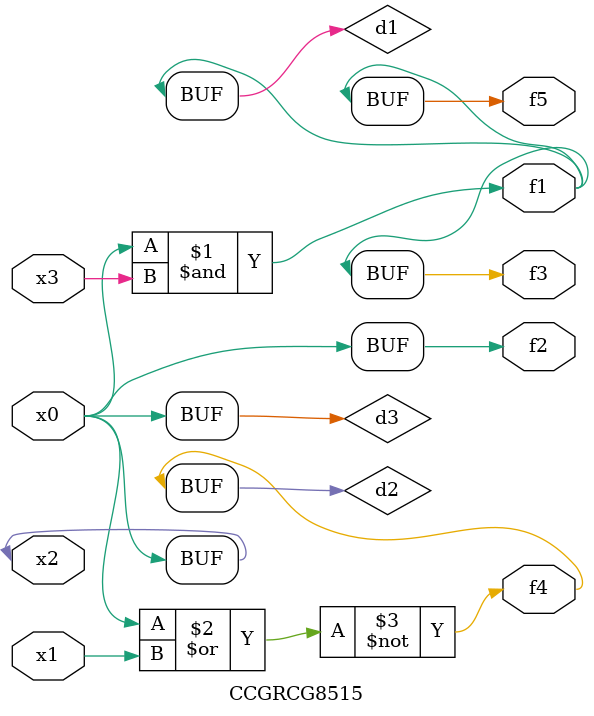
<source format=v>
module CCGRCG8515(
	input x0, x1, x2, x3,
	output f1, f2, f3, f4, f5
);

	wire d1, d2, d3;

	and (d1, x2, x3);
	nor (d2, x0, x1);
	buf (d3, x0, x2);
	assign f1 = d1;
	assign f2 = d3;
	assign f3 = d1;
	assign f4 = d2;
	assign f5 = d1;
endmodule

</source>
